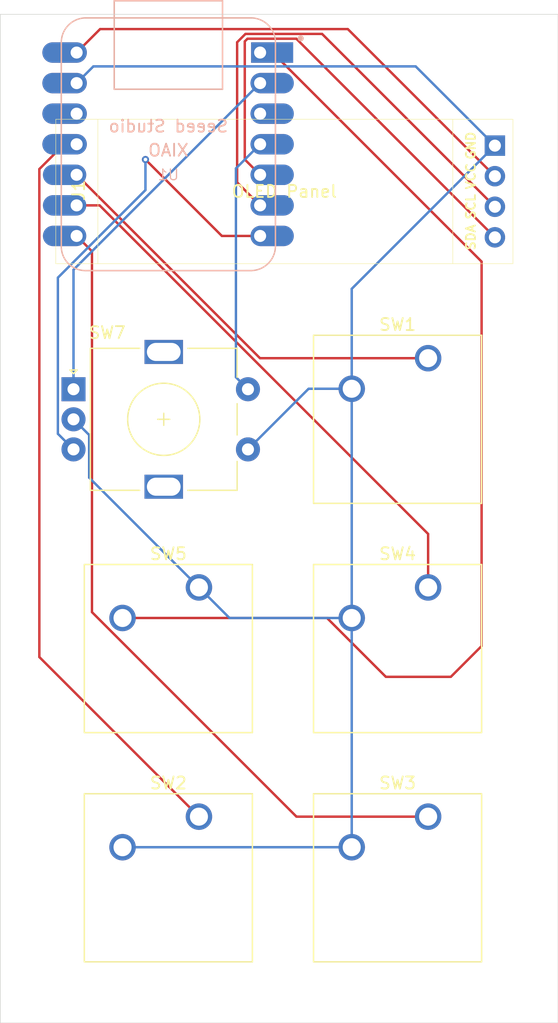
<source format=kicad_pcb>
(kicad_pcb (version 20240108) (generator "pcbnew") (generator_version "8.0")
  (layers (0 "F.Cu" signal) (31 "B.Cu" signal) (34 "B.Paste" user) (35 "F.Paste" user) (36 "B.SilkS" user "B.Silkscreen") (37 "F.SilkS" user "F.Silkscreen") (38 "B.Mask" user) (39 "F.Mask" user) (44 "Edge.Cuts" user))
  (net 0 "")
  (net 1 "GND")
  (net 2 "Net-(U1-PA5_A9_D9_MISO)")
  (net 3 "Net-(U1-PA6_A10_D10_MOSI)")
  (net 4 "Net-(U1-PB09_A7_D7_RX)")
  (net 5 "Net-(U1-PA7_A8_D8_SCK)")
  (net 6 "Net-(U1-PA02_A0_D0)")
  (net 8 "Net-(U1-PB08_A6_D6_TX)")
  (net 9 "Net-(U1-PA4_A1_D1)")
  (net 10 "Net-(U1-PA11_A3_D3)")
  (net 12 "VCC")
  (net 13 "Net-(J1-Pin_4)")
  (net 14 "Net-(J1-Pin_3)")
  (footprint "Button_Switch_Keyboard:SW_Cherry_MX_1.00u_PCB" (layer "F.Cu") (at 140.335 93.98)
    (property "Reference" "SW4" (at -2.54 -2.794 0) (layer "F.SilkS"))
    (property "Value" "SW_Push")
    (fp_line (start -9.525 -1.905) (end 4.445 -1.905) (stroke (width 0.12)) (layer "F.SilkS"))
    (fp_line (start -9.525 12.065) (end -9.525 -1.905) (stroke (width 0.12)) (layer "F.SilkS"))
    (fp_line (start 4.445 -1.905) (end 4.445 12.065) (stroke (width 0.12)) (layer "F.SilkS"))
    (fp_line (start 4.445 12.065) (end -9.525 12.065) (stroke (width 0.12)) (layer "F.SilkS"))
    (pad "" np_thru_hole circle (at -7.62 5.08) (size 1.7 1.7) (drill 1.7) (layers "*.Cu" "*.Mask"))
    (pad "" np_thru_hole circle (at -2.54 5.08) (size 4 4) (drill 4) (layers "*.Cu" "*.Mask"))
    (pad "" np_thru_hole circle (at 2.54 5.08) (size 1.7 1.7) (drill 1.7) (layers "*.Cu" "*.Mask"))
    (pad "1" thru_hole circle (at 0 0) (size 2.2 2.2) (drill 1.5) (layers "*.Cu" "*.Mask") (net 5 "Net-(U1-PA7_A8_D8_SCK)"))
    (pad "2" thru_hole circle (at -6.35 2.54) (size 2.2 2.2) (drill 1.5) (layers "*.Cu" "*.Mask") (net 1 "GND"))
  )
  (footprint "KiCad-SSD1306-0.91-OLED-4pin-128x32.pretty-master:SSD1306-0.91-OLED-4pin-128x32" (layer "F.Cu") (at 109.385 55.075)
    (property "Reference" "J1" (at 1.9 5.91 90) (layer "F.SilkS"))
    (property "Value" "Conn_01x04_Pin")
    (fp_line (start 0 0) (end 0 12) (stroke (width 0.04)) (layer "F.SilkS"))
    (fp_line (start 0 12) (end 38 12) (stroke (width 0.04)) (layer "F.SilkS"))
    (fp_line (start 3.5 0) (end 3.5 12) (stroke (width 0.04)) (layer "F.SilkS"))
    (fp_line (start 33 0) (end 33 12) (stroke (width 0.04)) (layer "F.SilkS"))
    (fp_line (start 38 0) (end 0 0) (stroke (width 0.04)) (layer "F.SilkS"))
    (fp_line (start 38 12) (end 38 0) (stroke (width 0.04)) (layer "F.SilkS"))
    (fp_text user "OLED Panel" (at 19 6 0) (layer "F.SilkS"))
    (fp_text user "GND" (at 34.5 2.19 90) (layer "F.SilkS") (effects (font (size 0.75 0.75))))
    (fp_text user "SDA" (at 34.5 9.81 90) (layer "F.SilkS") (effects (font (size 0.75 0.75))))
    (fp_text user "SCL" (at 34.5 7.27 90) (layer "F.SilkS") (effects (font (size 0.75 0.75))))
    (fp_text user "VCC" (at 34.5 4.73 90) (layer "F.SilkS") (effects (font (size 0.75 0.75))))
    (pad "1" thru_hole rect (at 36.5 2.19) (size 1.7 1.7) (drill 1) (layers "*.Cu" "*.Mask") (net 1 "GND"))
    (pad "2" thru_hole oval (at 36.5 4.73) (size 1.7 1.7) (drill 1) (layers "*.Cu" "*.Mask") (net 12 "VCC"))
    (pad "3" thru_hole oval (at 36.5 7.27) (size 1.7 1.7) (drill 1) (layers "*.Cu" "*.Mask") (net 14 "Net-(J1-Pin_3)"))
    (pad "4" thru_hole oval (at 36.5 9.81) (size 1.7 1.7) (drill 1) (layers "*.Cu" "*.Mask") (net 13 "Net-(J1-Pin_4)"))
  )
  (footprint "Button_Switch_Keyboard:SW_Cherry_MX_1.00u_PCB" (layer "F.Cu") (at 121.285 93.98)
    (property "Reference" "SW5" (at -2.54 -2.794 0) (layer "F.SilkS"))
    (property "Value" "SW_Push")
    (fp_line (start -9.525 -1.905) (end 4.445 -1.905) (stroke (width 0.12)) (layer "F.SilkS"))
    (fp_line (start -9.525 12.065) (end -9.525 -1.905) (stroke (width 0.12)) (layer "F.SilkS"))
    (fp_line (start 4.445 -1.905) (end 4.445 12.065) (stroke (width 0.12)) (layer "F.SilkS"))
    (fp_line (start 4.445 12.065) (end -9.525 12.065) (stroke (width 0.12)) (layer "F.SilkS"))
    (pad "" np_thru_hole circle (at -7.62 5.08) (size 1.7 1.7) (drill 1.7) (layers "*.Cu" "*.Mask"))
    (pad "" np_thru_hole circle (at -2.54 5.08) (size 4 4) (drill 4) (layers "*.Cu" "*.Mask"))
    (pad "" np_thru_hole circle (at 2.54 5.08) (size 1.7 1.7) (drill 1.7) (layers "*.Cu" "*.Mask"))
    (pad "1" thru_hole circle (at 0 0) (size 2.2 2.2) (drill 1.5) (layers "*.Cu" "*.Mask") (net 1 "GND"))
    (pad "2" thru_hole circle (at -6.35 2.54) (size 2.2 2.2) (drill 1.5) (layers "*.Cu" "*.Mask") (net 6 "Net-(U1-PA02_A0_D0)"))
  )
  (footprint "Rotary_Encoder:RotaryEncoder_Alps_EC11E-Switch_Vertical_H20mm" (layer "F.Cu") (at 110.86 77.51)
    (property "Reference" "SW7" (at 2.8 -4.7 0) (layer "F.SilkS"))
    (property "Value" "RotaryEncoder_Switch")
    (fp_line (start -0.3 -1.6) (end 0.3 -1.6) (stroke (width 0.12)) (layer "F.SilkS"))
    (fp_line (start 0 -1.3) (end -0.3 -1.6) (stroke (width 0.12)) (layer "F.SilkS"))
    (fp_line (start 0.3 -1.6) (end 0 -1.3) (stroke (width 0.12)) (layer "F.SilkS"))
    (fp_line (start 1.4 -3.4) (end 1.4 8.4) (stroke (width 0.12)) (layer "F.SilkS"))
    (fp_line (start 5.5 -3.4) (end 1.4 -3.4) (stroke (width 0.12)) (layer "F.SilkS"))
    (fp_line (start 5.5 8.4) (end 1.4 8.4) (stroke (width 0.12)) (layer "F.SilkS"))
    (fp_line (start 7 2.5) (end 8 2.5) (stroke (width 0.12)) (layer "F.SilkS"))
    (fp_line (start 7.5 2) (end 7.5 3) (stroke (width 0.12)) (layer "F.SilkS"))
    (fp_line (start 9.5 -3.4) (end 13.6 -3.4) (stroke (width 0.12)) (layer "F.SilkS"))
    (fp_line (start 13.6 -3.4) (end 13.6 -1) (stroke (width 0.12)) (layer "F.SilkS"))
    (fp_line (start 13.6 1.2) (end 13.6 3.8) (stroke (width 0.12)) (layer "F.SilkS"))
    (fp_line (start 13.6 6) (end 13.6 8.4) (stroke (width 0.12)) (layer "F.SilkS"))
    (fp_line (start 13.6 8.4) (end 9.5 8.4) (stroke (width 0.12)) (layer "F.SilkS"))
    (fp_circle (center 7.5 2.5) (end 10.5 2.5) (stroke (width 0.12)) (fill none) (layer "F.SilkS"))
    (pad "A" thru_hole rect (at 0 0) (size 2 2) (drill 1) (layers "*.Cu" "*.Mask") (net 9 "Net-(U1-PA4_A1_D1)"))
    (pad "B" thru_hole circle (at 0 5) (size 2 2) (drill 1) (layers "*.Cu" "*.Mask") (net 8 "Net-(U1-PB08_A6_D6_TX)"))
    (pad "C" thru_hole circle (at 0 2.5) (size 2 2) (drill 1) (layers "*.Cu" "*.Mask") (net 1 "GND"))
    (pad "MP" thru_hole rect (at 7.5 -3.1) (size 3.2 2) (drill oval 2.8 1.5) (layers "*.Cu" "*.Mask"))
    (pad "MP" thru_hole rect (at 7.5 8.1) (size 3.2 2) (drill oval 2.8 1.5) (layers "*.Cu" "*.Mask"))
    (pad "S1" thru_hole circle (at 14.5 5) (size 2 2) (drill 1) (layers "*.Cu" "*.Mask") (net 1 "GND"))
    (pad "S2" thru_hole circle (at 14.5 0) (size 2 2) (drill 1) (layers "*.Cu" "*.Mask") (net 10 "Net-(U1-PA11_A3_D3)"))
  )
  (footprint "Button_Switch_Keyboard:SW_Cherry_MX_1.00u_PCB" (layer "F.Cu") (at 140.335 74.93)
    (property "Reference" "SW1" (at -2.54 -2.794 0) (layer "F.SilkS"))
    (property "Value" "SW_Push")
    (fp_line (start -9.525 -1.905) (end 4.445 -1.905) (stroke (width 0.12)) (layer "F.SilkS"))
    (fp_line (start -9.525 12.065) (end -9.525 -1.905) (stroke (width 0.12)) (layer "F.SilkS"))
    (fp_line (start 4.445 -1.905) (end 4.445 12.065) (stroke (width 0.12)) (layer "F.SilkS"))
    (fp_line (start 4.445 12.065) (end -9.525 12.065) (stroke (width 0.12)) (layer "F.SilkS"))
    (pad "" np_thru_hole circle (at -7.62 5.08) (size 1.7 1.7) (drill 1.7) (layers "*.Cu" "*.Mask"))
    (pad "" np_thru_hole circle (at -2.54 5.08) (size 4 4) (drill 4) (layers "*.Cu" "*.Mask"))
    (pad "" np_thru_hole circle (at 2.54 5.08) (size 1.7 1.7) (drill 1.7) (layers "*.Cu" "*.Mask"))
    (pad "1" thru_hole circle (at 0 0) (size 2.2 2.2) (drill 1.5) (layers "*.Cu" "*.Mask") (net 2 "Net-(U1-PA5_A9_D9_MISO)"))
    (pad "2" thru_hole circle (at -6.35 2.54) (size 2.2 2.2) (drill 1.5) (layers "*.Cu" "*.Mask") (net 1 "GND"))
  )
  (footprint "Button_Switch_Keyboard:SW_Cherry_MX_1.00u_PCB" (layer "F.Cu") (at 140.335 113.03)
    (property "Reference" "SW3" (at -2.54 -2.794 0) (layer "F.SilkS"))
    (property "Value" "SW_Push")
    (fp_line (start -9.525 -1.905) (end 4.445 -1.905) (stroke (width 0.12)) (layer "F.SilkS"))
    (fp_line (start -9.525 12.065) (end -9.525 -1.905) (stroke (width 0.12)) (layer "F.SilkS"))
    (fp_line (start 4.445 -1.905) (end 4.445 12.065) (stroke (width 0.12)) (layer "F.SilkS"))
    (fp_line (start 4.445 12.065) (end -9.525 12.065) (stroke (width 0.12)) (layer "F.SilkS"))
    (pad "" np_thru_hole circle (at -7.62 5.08) (size 1.7 1.7) (drill 1.7) (layers "*.Cu" "*.Mask"))
    (pad "" np_thru_hole circle (at -2.54 5.08) (size 4 4) (drill 4) (layers "*.Cu" "*.Mask"))
    (pad "" np_thru_hole circle (at 2.54 5.08) (size 1.7 1.7) (drill 1.7) (layers "*.Cu" "*.Mask"))
    (pad "1" thru_hole circle (at 0 0) (size 2.2 2.2) (drill 1.5) (layers "*.Cu" "*.Mask") (net 4 "Net-(U1-PB09_A7_D7_RX)"))
    (pad "2" thru_hole circle (at -6.35 2.54) (size 2.2 2.2) (drill 1.5) (layers "*.Cu" "*.Mask") (net 1 "GND"))
  )
  (footprint "Button_Switch_Keyboard:SW_Cherry_MX_1.00u_PCB" (layer "F.Cu") (at 121.285 113.03)
    (property "Reference" "SW2" (at -2.54 -2.794 0) (layer "F.SilkS"))
    (property "Value" "SW_Push")
    (fp_line (start -9.525 -1.905) (end 4.445 -1.905) (stroke (width 0.12)) (layer "F.SilkS"))
    (fp_line (start -9.525 12.065) (end -9.525 -1.905) (stroke (width 0.12)) (layer "F.SilkS"))
    (fp_line (start 4.445 -1.905) (end 4.445 12.065) (stroke (width 0.12)) (layer "F.SilkS"))
    (fp_line (start 4.445 12.065) (end -9.525 12.065) (stroke (width 0.12)) (layer "F.SilkS"))
    (pad "" np_thru_hole circle (at -7.62 5.08) (size 1.7 1.7) (drill 1.7) (layers "*.Cu" "*.Mask"))
    (pad "" np_thru_hole circle (at -2.54 5.08) (size 4 4) (drill 4) (layers "*.Cu" "*.Mask"))
    (pad "" np_thru_hole circle (at 2.54 5.08) (size 1.7 1.7) (drill 1.7) (layers "*.Cu" "*.Mask"))
    (pad "1" thru_hole circle (at 0 0) (size 2.2 2.2) (drill 1.5) (layers "*.Cu" "*.Mask") (net 3 "Net-(U1-PA6_A10_D10_MOSI)"))
    (pad "2" thru_hole circle (at -6.35 2.54) (size 2.2 2.2) (drill 1.5) (layers "*.Cu" "*.Mask") (net 1 "GND"))
  )
  (footprint "footprints:XIAO-Generic-Hybrid-14P-2.54-21X17.8MM" (layer "B.Cu") (at 118.745 57.15 180)
    (property "Reference" "U1" (at 0 -2.54 0) (layer "B.SilkS") (effects (font (size 0.889 0.889) (thickness 0.1016)) (justify mirror)))
    (property "Value" "MOUDLE-SEEEDUINO-XIAO" (hide yes))
    (fp_line (start 8.9 8.5) (end 8.9 -8.5) (stroke (width 0.127)) (layer "B.SilkS"))
    (fp_line (start 6.9 -10.5) (end -6.9 -10.5) (stroke (width 0.127)) (layer "B.SilkS"))
    (fp_line (start 4.5 11.92403) (end -4.5 11.92403) (stroke (width 0.127)) (layer "B.SilkS"))
    (fp_line (start 4.5 4.57073) (end 4.5 11.92403) (stroke (width 0.127)) (layer "B.SilkS"))
    (fp_line (start -4.5 11.92403) (end -4.5 4.57073) (stroke (width 0.127)) (layer "B.SilkS"))
    (fp_line (start -4.5 4.57073) (end 4.5 4.57073) (stroke (width 0.127)) (layer "B.SilkS"))
    (fp_line (start -6.9 10.49909) (end 6.9 10.49909) (stroke (width 0.127)) (layer "B.SilkS"))
    (fp_line (start -8.9 -8.5) (end -8.9 8.5) (stroke (width 0.127)) (layer "B.SilkS"))
    (fp_arc (start 8.9 8.5) (mid 8.301494 9.901494) (end 6.9 10.5) (stroke (width 0.12)) (layer "B.SilkS"))
    (fp_arc (start 6.9 -10.5) (mid 8.314214 -9.914214) (end 8.9 -8.5) (stroke (width 0.12)) (layer "B.SilkS"))
    (fp_arc (start -6.9 10.5) (mid -8.301491 9.901491) (end -8.9 8.5) (stroke (width 0.12)) (layer "B.SilkS"))
    (fp_arc (start -8.9 -8.5) (mid -8.301423 -9.901423) (end -6.9 -10.5) (stroke (width 0.12)) (layer "B.SilkS"))
    (fp_circle (center -11 8.8) (end -11 9.054) (fill solid) (layer "B.SilkS"))
    (fp_poly (pts (xy -8.887715 8.561705) (xy -8.884667 8.610473) (xy -8.880603 8.659494)) (stroke (width 0.0254)) (fill none) (layer "B.SilkS"))
    (fp_poly (pts (xy 8.889492 -8.521574) (xy 8.887713 -8.57085) (xy 8.884665 -8.619618) (xy 8.880601 -8.668639) (xy 8.875268 -8.717407) (xy 8.868664 -8.766175) (xy 8.861044 -8.81469) (xy 8.852153 -8.86295) (xy 8.842248 -8.910955)) (stroke (width 0.0254)) (fill none) (layer "B.SilkS"))
    (fp_text user "Seeed Studio" (at 0 1.5 0) (layer "B.SilkS") (effects (justify mirror)))
    (fp_text user "XIAO" (at 0 -0.5 0) (layer "B.SilkS") (effects (justify mirror)))
    (pad "1" thru_hole rect (at -7.625 7.62 180) (size 3.5 1.7) (drill 1 (offset -1 0)) (layers "*.Cu" "*.Mask") (net 6 "Net-(U1-PA02_A0_D0)"))
    (pad "2" thru_hole oval (at -7.625 5.08 180) (size 3.6 1.7) (drill 1 (offset -1 0)) (layers "*.Cu" "*.Mask") (net 9 "Net-(U1-PA4_A1_D1)"))
    (pad "3" thru_hole oval (at -7.625 2.54 180) (size 3.6 1.7) (drill 1 (offset -1 0)) (layers "*.Cu" "*.Mask"))
    (pad "4" thru_hole oval (at -7.625 0 180) (size 3.6 1.7) (drill 1 (offset -1 0)) (layers "*.Cu" "*.Mask") (net 10 "Net-(U1-PA11_A3_D3)"))
    (pad "5" thru_hole oval (at -7.625 -2.54 180) (size 3.6 1.7) (drill 1 (offset -1 0)) (layers "*.Cu" "*.Mask") (net 13 "Net-(J1-Pin_4)"))
    (pad "6" thru_hole oval (at -7.625 -5.08) (size 3.6 1.7) (drill 1 (offset 1 0)) (layers "*.Cu" "*.Mask") (net 14 "Net-(J1-Pin_3)"))
    (pad "7" thru_hole oval (at -7.625 -7.62 180) (size 3.6 1.7) (drill 1 (offset -1 0)) (layers "*.Cu" "*.Mask") (net 8 "Net-(U1-PB08_A6_D6_TX)"))
    (pad "8" thru_hole oval (at 7.625 -7.62 180) (size 3.6 1.7) (drill 1 (offset 1 0)) (layers "*.Cu" "*.Mask") (net 4 "Net-(U1-PB09_A7_D7_RX)"))
    (pad "9" thru_hole oval (at 7.625 -5.08 180) (size 3.6 1.7) (drill 1 (offset 1 0)) (layers "*.Cu" "*.Mask") (net 5 "Net-(U1-PA7_A8_D8_SCK)"))
    (pad "10" thru_hole oval (at 7.625 -2.54 180) (size 3.6 1.7) (drill 1 (offset 1 0)) (layers "*.Cu" "*.Mask") (net 2 "Net-(U1-PA5_A9_D9_MISO)"))
    (pad "11" thru_hole oval (at 7.625 0 180) (size 3.7 1.7) (drill 1 (offset 1 0)) (layers "*.Cu" "*.Mask") (net 3 "Net-(U1-PA6_A10_D10_MOSI)"))
    (pad "12" thru_hole oval (at 7.625 2.54 180) (size 3.7 1.7) (drill 1 (offset 1 0)) (layers "*.Cu" "*.Mask"))
    (pad "13" thru_hole oval (at 7.625 5.08 180) (size 3.7 1.7) (drill 1 (offset 1 0)) (layers "*.Cu" "*.Mask") (net 1 "GND"))
    (pad "14" thru_hole oval (at 7.625 7.62 180) (size 3.7 1.7) (drill 1 (offset 1 0)) (layers "*.Cu" "*.Mask") (net 12 "VCC"))
  )
  (gr_rect (start 104.775 46.355) (end 151.13 130.175) (stroke (width 0.05)) (fill none) (layer "Edge.Cuts"))
  (segment (start 133.985 96.52) (end 133.985 77.47) (width 0.2) (layer "B.Cu") (net 1))
  (segment (start 133.985 115.57) (end 133.985 96.52) (width 0.2) (layer "B.Cu") (net 1))
  (segment (start 123.825 96.52) (end 121.285 93.98) (width 0.2) (layer "B.Cu") (net 1))
  (segment (start 112.16 84.855) (end 112.16 81.31) (width 0.2) (layer "B.Cu") (net 1))
  (segment (start 114.935 115.57) (end 133.985 115.57) (width 0.2) (layer "B.Cu") (net 1))
  (segment (start 139.3 50.68) (end 112.51 50.68) (width 0.2) (layer "B.Cu") (net 1))
  (segment (start 121.285 93.98) (end 112.16 84.855) (width 0.2) (layer "B.Cu") (net 1))
  (segment (start 125.36 82.51) (end 130.4 77.47) (width 0.2) (layer "B.Cu") (net 1))
  (segment (start 112.51 50.68) (end 111.12 52.07) (width 0.2) (layer "B.Cu") (net 1))
  (segment (start 130.4 77.47) (end 133.985 77.47) (width 0.2) (layer "B.Cu") (net 1))
  (segment (start 145.885 57.265) (end 139.3 50.68) (width 0.2) (layer "B.Cu") (net 1))
  (segment (start 133.985 77.47) (end 133.985 69.165) (width 0.2) (layer "B.Cu") (net 1))
  (segment (start 112.16 81.31) (end 110.86 80.01) (width 0.2) (layer "B.Cu") (net 1))
  (segment (start 133.985 69.165) (end 145.885 57.265) (width 0.2) (layer "B.Cu") (net 1))
  (segment (start 133.985 96.52) (end 123.825 96.52) (width 0.2) (layer "B.Cu") (net 1))
  (segment (start 140.335 74.93) (end 126.36 74.93) (width 0.2) (layer "F.Cu") (net 2))
  (segment (start 126.36 74.93) (end 111.12 59.69) (width 0.2) (layer "F.Cu") (net 2))
  (segment (start 108.02 99.765) (end 108.02 59.213654) (width 0.2) (layer "F.Cu") (net 3))
  (segment (start 121.285 113.03) (end 108.02 99.765) (width 0.2) (layer "F.Cu") (net 3))
  (segment (start 108.02 59.213654) (end 110.083654 57.15) (width 0.2) (layer "F.Cu") (net 3))
  (segment (start 110.083654 57.15) (end 111.12 57.15) (width 0.2) (layer "F.Cu") (net 3))
  (segment (start 112.395 66.045) (end 111.12 64.77) (width 0.2) (layer "F.Cu") (net 4))
  (segment (start 112.395 96.033402) (end 112.395 66.045) (width 0.2) (layer "F.Cu") (net 4))
  (segment (start 129.391598 113.03) (end 112.395 96.033402) (width 0.2) (layer "F.Cu") (net 4))
  (segment (start 140.335 113.03) (end 129.391598 113.03) (width 0.2) (layer "F.Cu") (net 4))
  (segment (start 140.335 93.98) (end 140.335 89.535) (width 0.2) (layer "F.Cu") (net 5))
  (segment (start 113.03 62.23) (end 111.12 62.23) (width 0.2) (layer "F.Cu") (net 5))
  (segment (start 140.335 89.535) (end 113.03 62.23) (width 0.2) (layer "F.Cu") (net 5))
  (segment (start 144.78 66.903654) (end 127.406346 49.53) (width 0.2) (layer "F.Cu") (net 6))
  (segment (start 142.222056 101.41) (end 144.78 98.852056) (width 0.2) (layer "F.Cu") (net 6))
  (segment (start 127.406346 49.53) (end 126.37 49.53) (width 0.2) (layer "F.Cu") (net 6))
  (segment (start 132.005101 96.52) (end 132.005101 96.593503) (width 0.2) (layer "F.Cu") (net 6))
  (segment (start 114.935 96.52) (end 132.005101 96.52) (width 0.2) (layer "F.Cu") (net 6))
  (segment (start 144.78 98.852056) (end 144.78 66.903654) (width 0.2) (layer "F.Cu") (net 6))
  (segment (start 132.005101 96.593503) (end 136.821598 101.41) (width 0.2) (layer "F.Cu") (net 6))
  (segment (start 136.821598 101.41) (end 142.222056 101.41) (width 0.2) (layer "F.Cu") (net 6))
  (segment (start 123.19 64.77) (end 126.37 64.77) (width 0.2) (layer "F.Cu") (net 8))
  (segment (start 116.84 58.42) (end 123.19 64.77) (width 0.2) (layer "F.Cu") (net 8))
  (via (at 116.84 58.42) (size 0.6) (drill 0.3) (layers "F.Cu" "B.Cu") (net 8))
  (segment (start 116.84 60.96) (end 116.84 58.42) (width 0.2) (layer "B.Cu") (net 8))
  (segment (start 109.56 68.24) (end 116.84 60.96) (width 0.2) (layer "B.Cu") (net 8))
  (segment (start 109.56 81.21) (end 109.56 68.24) (width 0.2) (layer "B.Cu") (net 8))
  (segment (start 110.86 82.51) (end 109.56 81.21) (width 0.2) (layer "B.Cu") (net 8))
  (segment (start 110.86 77.51) (end 110.86 67.58) (width 0.2) (layer "B.Cu") (net 9))
  (segment (start 110.86 67.58) (end 126.37 52.07) (width 0.2) (layer "B.Cu") (net 9))
  (segment (start 124.36 76.51) (end 124.36 59.16) (width 0.2) (layer "B.Cu") (net 10))
  (segment (start 124.36 59.16) (end 126.37 57.15) (width 0.2) (layer "B.Cu") (net 10))
  (segment (start 125.36 77.51) (end 124.36 76.51) (width 0.2) (layer "B.Cu") (net 10))
  (segment (start 133.66 47.58) (end 113.07 47.58) (width 0.2) (layer "F.Cu") (net 12))
  (segment (start 145.885 59.805) (end 133.66 47.58) (width 0.2) (layer "F.Cu") (net 12))
  (segment (start 113.07 47.58) (end 111.12 49.53) (width 0.2) (layer "F.Cu") (net 12))
  (segment (start 125.095 58.415) (end 126.37 59.69) (width 0.2) (layer "F.Cu") (net 13))
  (segment (start 129.38 48.38) (end 125.32 48.38) (width 0.2) (layer "F.Cu") (net 13))
  (segment (start 145.885 64.885) (end 129.38 48.38) (width 0.2) (layer "F.Cu") (net 13))
  (segment (start 125.32 48.38) (end 125.095 48.605) (width 0.2) (layer "F.Cu") (net 13))
  (segment (start 125.095 48.605) (end 125.095 58.415) (width 0.2) (layer "F.Cu") (net 13))
  (segment (start 131.52 47.98) (end 125.154314 47.98) (width 0.2) (layer "F.Cu") (net 14))
  (segment (start 124.46 48.674314) (end 124.46 60.32) (width 0.2) (layer "F.Cu") (net 14))
  (segment (start 124.46 60.32) (end 126.37 62.23) (width 0.2) (layer "F.Cu") (net 14))
  (segment (start 125.154314 47.98) (end 124.46 48.674314) (width 0.2) (layer "F.Cu") (net 14))
  (segment (start 145.885 62.345) (end 131.52 47.98) (width 0.2) (layer "F.Cu") (net 14))
)
</source>
